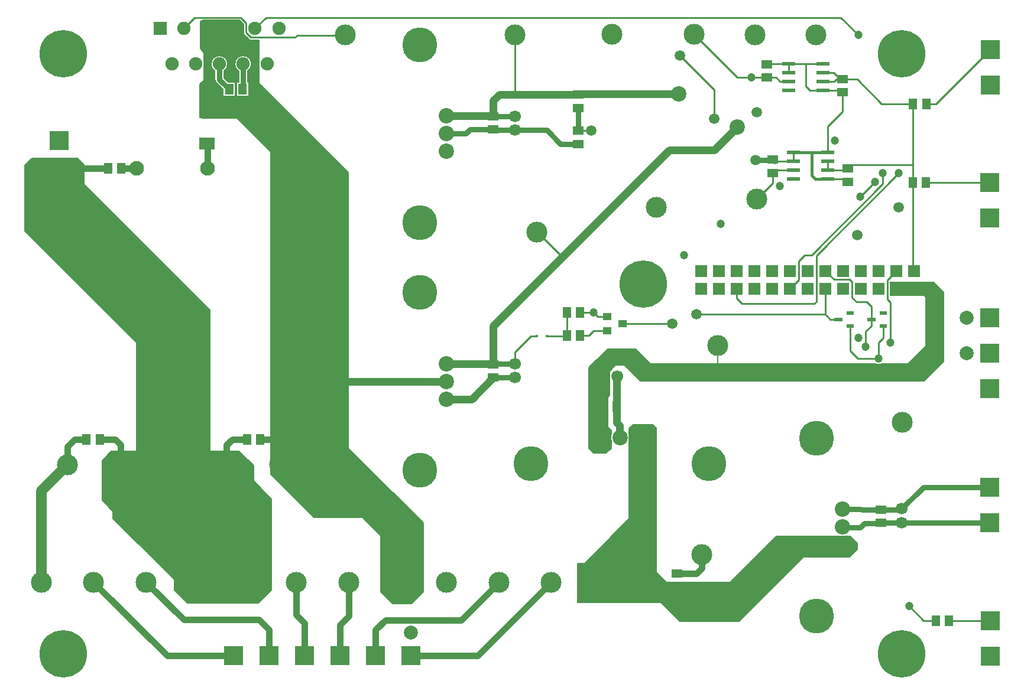
<source format=gbr>
%FSLAX23Y23*%
%MOIN*%
G04 EasyPC Gerber Version 17.0 Build 3379 *
%ADD83R,0.05100X0.06000*%
%ADD78R,0.07087X0.07087*%
%ADD79R,0.07480X0.07480*%
%ADD73R,0.11024X0.11024*%
%ADD26C,0.00500*%
%ADD95C,0.00800*%
%ADD94C,0.01000*%
%ADD96C,0.01575*%
%ADD91C,0.03150*%
%ADD92C,0.03543*%
%ADD93C,0.04331*%
%ADD27C,0.04724*%
%ADD82C,0.05906*%
%ADD77C,0.06693*%
%ADD80C,0.07480*%
%ADD74C,0.07874*%
%ADD81C,0.08268*%
%ADD29C,0.08661*%
%ADD75C,0.08661*%
%ADD72C,0.11811*%
%ADD76C,0.19685*%
%ADD28C,0.26772*%
%ADD89R,0.01800X0.01300*%
%ADD87R,0.04000X0.02000*%
%ADD88R,0.04771X0.02000*%
%ADD85R,0.07800X0.02200*%
%ADD90R,0.04800X0.04000*%
%ADD84R,0.06000X0.05100*%
%ADD86R,0.09055X0.07087*%
X0Y0D02*
D02*
D26*
X60Y3066D02*
Y2696D01*
X690Y2066*
Y1450*
X729Y1412*
X1064*
X1104Y1452*
Y2251*
X393Y2961*
Y3072*
X358Y3108*
X101*
X60Y3066*
G36*
Y2696*
X690Y2066*
Y1450*
X729Y1412*
X1064*
X1104Y1452*
Y2251*
X393Y2961*
Y3072*
X358Y3108*
X101*
X60Y3066*
G37*
X548Y1454D02*
X495Y1401D01*
Y1177*
X557Y1115*
Y1075*
X903Y729*
Y672*
X977Y598*
X1378*
X1450Y671*
Y1185*
X1349Y1286*
Y1373*
X1267Y1454*
X548*
G36*
X495Y1401*
Y1177*
X557Y1115*
Y1075*
X903Y729*
Y672*
X977Y598*
X1378*
X1450Y671*
Y1185*
X1349Y1286*
Y1373*
X1267Y1454*
X548*
G37*
X1069Y3636D02*
Y3547D01*
X1046Y3526*
Y3349*
X1061Y3334*
X1256*
X1445Y3145*
Y1325*
X1690Y1080*
X1962*
X2065Y977*
Y662*
X2132Y595*
X2239*
X2306Y662*
Y1050*
X1883Y1472*
Y3027*
X1379Y3531*
Y3627*
G75*
G02Y3652I45J13*
G01*
Y3774*
X1333*
G75*
G02X1323Y3779J15*
G01*
X1296Y3805*
G75*
G02X1292Y3816I10J10*
G01*
Y3864*
X1270Y3886*
X1070*
X1049Y3880*
Y3728*
X1069Y3699*
Y3643*
G75*
G02Y3636I-47J-4*
G01*
X1131Y3600D02*
G75*
G02X1110Y3639I25J40D01*
G01*
G75*
G02X1204I47*
G01*
G75*
G02X1182Y3600I-47*
G01*
Y3562*
X1208Y3536*
X1247*
Y3457*
X1177*
Y3496*
X1139Y3534*
G75*
G02X1131Y3552I18J18*
G01*
Y3600*
X1265Y3536D02*
Y3600D01*
G75*
G02X1244Y3639I25J40*
G01*
G75*
G02X1338I47*
G01*
G75*
G02X1316Y3600I-47*
G01*
Y3536*
X1322*
Y3457*
X1252*
Y3536*
X1265*
X1069Y3572D02*
G36*
Y3547D01*
X1046Y3526*
Y3349*
X1061Y3334*
X1256*
X1445Y3145*
Y1325*
X1690Y1080*
X1962*
X2065Y977*
Y662*
X2132Y595*
X2239*
X2306Y662*
Y1050*
X1883Y1472*
Y3027*
X1379Y3531*
Y3572*
X1316*
Y3536*
X1322*
Y3457*
X1252*
Y3536*
X1265*
Y3572*
X1182*
Y3562*
X1208Y3536*
X1247*
Y3457*
X1177*
Y3496*
X1139Y3534*
G75*
G02X1131Y3552I18J18*
G01*
Y3572*
X1069*
G37*
X1131D02*
G36*
Y3600D01*
G75*
G02X1110Y3639I25J40*
G01*
G75*
G02X1204I47*
G01*
G75*
G02X1182Y3600I-47*
G01*
Y3572*
X1265*
Y3600*
G75*
G02X1244Y3639I25J40*
G01*
G75*
G02X1338I47*
G01*
G75*
G02X1316Y3600I-47*
G01*
Y3572*
X1379*
Y3627*
G75*
G02Y3652I45J13*
G01*
Y3774*
X1333*
G75*
G02X1323Y3779J15*
G01*
X1296Y3805*
G75*
G02X1292Y3816I10J10*
G01*
Y3864*
X1270Y3886*
X1070*
X1049Y3880*
Y3728*
X1069Y3699*
Y3643*
G75*
G02Y3636I-47J-4*
G01*
Y3572*
X1131*
G37*
X3176Y600D02*
X3647D01*
X3754Y493*
X4085*
X4449Y857*
X4710*
X4753Y899*
Y934*
X4713Y973*
X4295*
X4035Y713*
X3678*
X3619Y772*
Y1584*
X3599Y1604*
X3489*
X3468Y1583*
Y1073*
X3217Y822*
X3175*
X3176Y600*
G36*
X3647*
X3754Y493*
X4085*
X4449Y857*
X4710*
X4753Y899*
Y934*
X4713Y973*
X4295*
X4035Y713*
X3678*
X3619Y772*
Y1584*
X3599Y1604*
X3489*
X3468Y1583*
Y1073*
X3217Y822*
X3175*
X3176Y600*
G37*
X3357Y1870D02*
G75*
G02Y1885I42J7D01*
G01*
Y1905*
X3390Y1939*
X3440*
X3529Y1850*
X5129*
X5240Y1960*
Y2349*
X5183Y2406*
X4938*
X4939Y2405*
Y2337*
X4940Y2335*
X5130*
X5140Y2325*
Y2048*
X5039Y1946*
X4889*
G75*
G02X4859I-15J30*
G01*
X3586*
X3502Y2031*
X3345*
X3241Y1927*
Y1471*
X3268Y1443*
X3338*
X3366Y1471*
Y1513*
G75*
G02Y1551I49J19*
G01*
Y1571*
X3345Y1592*
Y1758*
X3357Y1770*
Y1870*
G36*
G75*
G02Y1885I42J7*
G01*
Y1905*
X3390Y1939*
X3440*
X3529Y1850*
X5129*
X5240Y1960*
Y2349*
X5183Y2406*
X4938*
X4939Y2405*
Y2337*
X4940Y2335*
X5130*
X5140Y2325*
Y2048*
X5039Y1946*
X4889*
G75*
G02X4859I-15J30*
G01*
X3586*
X3502Y2031*
X3345*
X3241Y1927*
Y1471*
X3268Y1443*
X3338*
X3366Y1471*
Y1513*
G75*
G02Y1551I49J19*
G01*
Y1571*
X3345Y1592*
Y1758*
X3357Y1770*
Y1870*
G37*
D02*
D27*
X3267Y2237D03*
X3776Y2561D03*
X3982Y2737D03*
X4155Y3563D03*
X4318Y2950D03*
X4628Y3208D03*
X4759Y2095D03*
Y3803D03*
X4769Y2892D03*
X4801Y2043D03*
X4852Y2975D03*
X4874Y1976D03*
X4897Y3025D03*
X4939Y2067D03*
X4988Y3023D03*
X5045Y579D03*
D02*
D28*
X278Y311D03*
Y3696D03*
X3546Y2397D03*
X5003Y311D03*
Y3696D03*
D02*
D29*
X3748Y3469D03*
X4076Y3283D03*
D02*
D72*
X153Y714D03*
X300Y1378D03*
X448Y714D03*
X600Y1378D03*
X744Y714D03*
X1039D03*
X1197Y1381D03*
X1295Y714D03*
X1497Y1381D03*
X1590Y714D03*
X1868Y3803D03*
X1885Y714D03*
X2181D03*
X2437D03*
X2732D03*
X2824Y3803D03*
X2946Y2691D03*
X3027Y714D03*
X3322D03*
X3371Y3807D03*
X3620Y2830D03*
X3834Y3806D03*
X3876Y570D03*
Y870D03*
X3968Y2052D03*
X4177Y3804D03*
X4187Y2878D03*
X4519Y3804D03*
X5005Y1617D03*
D02*
D73*
X252Y3007D03*
Y3207D03*
X1237Y300D03*
X1437D03*
X1637D03*
X1837D03*
X2037D03*
X2237D03*
X5500Y1052D03*
Y1252D03*
Y1808D03*
Y2008D03*
Y2208D03*
Y2772D03*
Y2972D03*
X5502Y296D03*
Y496D03*
Y3520D03*
Y3720D03*
D02*
D74*
X2237Y431D03*
X5369Y2008D03*
X5369Y2208D03*
D02*
D75*
X2435Y1748D03*
Y1848D03*
Y1948D03*
X2436Y3146D03*
Y3246D03*
Y3346D03*
X3315Y1532D03*
X3415D03*
X3515D03*
X4671Y926D03*
Y1026D03*
Y1126D03*
D02*
D76*
X2285Y1346D03*
Y2350D03*
X2286Y2744D03*
Y3748D03*
X2913Y1383D03*
X3917D03*
X4522Y524D03*
Y1528D03*
D02*
D77*
X2822Y1870D03*
Y1948D03*
X2824Y3266D03*
Y3345D03*
X3320Y1878D03*
X3399D03*
X5004Y1051D03*
Y1129D03*
D02*
D78*
X3872Y2372D03*
Y2472D03*
X3972Y2372D03*
Y2472D03*
X4072Y2372D03*
Y2472D03*
X4172Y2372D03*
Y2472D03*
X4272Y2372D03*
Y2472D03*
X4372Y2372D03*
Y2472D03*
X4472Y2372D03*
Y2472D03*
X4572Y2372D03*
Y2472D03*
X4672Y2372D03*
Y2472D03*
X4772Y2372D03*
Y2472D03*
X4872Y2372D03*
Y2472D03*
X4972Y2372D03*
Y2472D03*
X5072Y2372D03*
Y2472D03*
D02*
D79*
X822Y3839D03*
D02*
D80*
X889Y3639D03*
X956Y3839D03*
X1023Y3639D03*
X1090Y3839D03*
X1157Y3639D03*
X1224Y3839D03*
X1291Y3639D03*
X1358Y3839D03*
X1425Y3639D03*
X1492Y3839D03*
D02*
D81*
X689Y3050D03*
X1089D03*
D02*
D82*
X153Y714D02*
Y1231D01*
X300Y1378*
X600D02*
Y1154D01*
X1039Y714*
X1197Y1381D02*
X1295Y1284D01*
Y714*
X1039*
X1497Y1381D02*
Y1840D01*
Y3138*
X1356Y3279*
X1268Y3367*
X1088*
X2181Y714D02*
Y833D01*
X2139Y875*
Y1052*
X1810Y1381*
X1497*
X3252Y3263D03*
X3711Y2173D03*
X3753Y3686D03*
X3846Y2227D03*
X3945Y3329D03*
X4179Y3098D03*
X4187Y3366D03*
X4753Y2673D03*
X4985Y2829D03*
D02*
D83*
X408Y1519D03*
X483D03*
X529Y3050D03*
X604D03*
X1212Y3497D03*
X1287D03*
X1313Y1520D03*
X1388D03*
X3115Y2106D03*
Y2237D03*
X3190Y2106D03*
Y2237D03*
X3322Y1708D03*
X3397D03*
X5065Y2972D03*
X5067Y3415D03*
X5140Y2972D03*
X5142Y3415D03*
X5196Y496D03*
X5271D03*
D02*
D84*
X2699Y3269D03*
Y3344D03*
X2700Y1869D03*
Y1944D03*
X3181Y3188D03*
Y3263D03*
Y3392D03*
Y3467D03*
X3738Y690D03*
Y765D03*
X4242Y3563D03*
Y3638D03*
X4276Y3025D03*
Y3100D03*
X4671Y3480D03*
Y3555D03*
X4699Y2975D03*
Y3050D03*
X4886Y1049D03*
Y1124D03*
D02*
D85*
X4365Y3491D03*
Y3541D03*
Y3591D03*
Y3641D03*
X4393Y2991D03*
Y3041D03*
Y3091D03*
Y3141D03*
X4559Y3491D03*
Y3541D03*
Y3591D03*
Y3641D03*
X4587Y2991D03*
Y3041D03*
Y3091D03*
Y3141D03*
D02*
D86*
X1088Y3190D03*
Y3367D03*
D02*
D87*
X4713Y2159D03*
Y2234D03*
X4899Y2159D03*
Y2234D03*
D02*
D88*
X4646Y2196D03*
X4832D03*
D02*
D89*
X2947Y2105D03*
X3002D03*
D02*
D90*
X3344Y2133D03*
Y2213D03*
X3431Y2173D03*
D02*
D91*
X1088Y3367D02*
Y3838D01*
X1090Y3839*
X1224*
X1212Y3497D02*
X1157Y3552D01*
Y3639*
X1291D02*
Y3500D01*
X1287Y3497*
X2436Y3246D02*
X2546D01*
X2569Y3269*
X2699*
Y3344D02*
X2823D01*
X2824Y3345*
X2822Y1870D02*
X2701D01*
X2700Y1869*
X2822Y1948D02*
X2705D01*
X2700Y1944*
X2824Y3266D02*
X3002D01*
X3080Y3188*
X3180*
X3181Y3188*
X2824Y3266D02*
X2702D01*
X2699Y3269*
X3181Y3392D02*
Y3263D01*
X3320Y1878D02*
Y1927D01*
X3387Y1994*
X3458*
X3536Y1916*
X3989*
X3320Y1878D02*
Y1849D01*
X3319Y1848*
X3322Y1845*
X3399Y1878D02*
Y1856D01*
X3397Y1854*
X3964Y1916D02*
X3968Y1920D01*
X4179Y3098D02*
X4274D01*
X4276Y3100*
X4245Y3641D02*
X4242Y3638D01*
X4285Y3091D02*
X4276Y3100D01*
X4671Y1026D02*
X4672Y1025D01*
X4771*
X4793Y1047*
X4884*
X4886Y1049*
X4671Y1126D02*
X4884Y1125D01*
X4886Y1124*
Y1049D02*
X5002D01*
X5004Y1051*
X4886Y1124D02*
X4998D01*
X5004Y1129*
X4972Y2372D02*
X5072D01*
X5004Y1051D02*
X5500D01*
X5500Y1052*
X5072Y2372D02*
Y2372D01*
X5139*
X5500Y1252D02*
X5126D01*
X5004Y1129*
D02*
D92*
X300Y1378D02*
Y1480D01*
X339Y1519*
X408*
X529Y3050D02*
Y3049D01*
X379*
X334Y3004*
X255*
X252Y3007*
X600Y1378D02*
Y1490D01*
X570Y1519*
X483*
X689Y3050D02*
X604D01*
X1089D02*
Y3189D01*
X1088Y3190*
X1197Y1381D02*
Y1489D01*
X1229Y1520*
X1313*
X1237Y300D02*
X863D01*
X448Y714*
X1437Y300D02*
Y447D01*
X1381Y503*
X956*
X744Y714*
X1497Y1381D02*
Y1477D01*
X1454Y1520*
X1388*
X1505Y1848D02*
X1497Y1840D01*
X1637Y300D02*
Y483D01*
X1590Y530*
Y714*
X1837Y300D02*
Y475D01*
X1887Y525*
Y712*
X1885Y714*
X2037Y300D02*
Y446D01*
X2092Y502*
X2519*
X2732Y714*
X2237Y300D02*
X2612D01*
X3027Y714*
X3738Y765D02*
X3846D01*
X3876Y795*
Y870*
D02*
D93*
X2435Y1748D02*
X2580D01*
X2700Y1869*
X2435Y1848D02*
X1505D01*
X2435Y1948D02*
X2696D01*
X2700Y1944*
X2436Y3346D02*
X2701D01*
X2699Y3344*
Y3433*
X2735Y3468*
X2823*
X2700Y1944D02*
Y2162D01*
X3089Y2551*
X2823Y3468D02*
X3180D01*
X3181Y3467*
X3089Y2551D02*
X3693Y3155D01*
X3948*
X4076Y3283*
X3315Y1532D02*
X3313Y1616D01*
X3322Y1625*
Y1708*
Y1845D02*
Y1708D01*
X3397Y1854D02*
Y1708D01*
X3415Y1532D02*
X3413Y1599D01*
X3397Y1615*
Y1708*
X3504Y714D02*
X3322D01*
X3515Y1532D02*
X3513Y723D01*
X3504Y714*
X3738Y690D02*
X3571D01*
X3547Y714*
X3504*
X3748Y3469D02*
X3183D01*
X3181Y3467*
X3876Y570D02*
Y661D01*
X3848Y689*
X3740*
X3738Y690*
X3989Y1916D02*
X3964D01*
X4671Y926D02*
X4435Y925D01*
X4080Y570*
X3876*
X5139Y2372D02*
X5176Y2335D01*
Y2010*
X5081Y1916*
X3989*
D02*
D94*
X956Y3839D02*
Y3839D01*
X956*
X1018Y3901*
X1275*
X1307Y3870*
Y3816*
X1333Y3789*
X1584*
X1596Y3801*
X1868*
Y3803*
X2822Y1948D02*
Y2014D01*
X2913Y2105*
X2947*
X2824Y3803D02*
Y3469D01*
X2823Y3468*
X2946Y2691D02*
X2949D01*
X3089Y2551*
X3002Y2105D02*
X3114D01*
X3115Y2106*
Y2237D02*
Y2106D01*
X3190D02*
X3240D01*
X3267Y2133*
X3344*
X3190Y2237D02*
X3264D01*
X3265Y2238*
X3290Y2213*
X3344*
X3252Y3263D02*
X3181D01*
X3711Y2173D02*
X3431D01*
X3945Y3329D02*
Y3493D01*
X3753Y3686*
X4155Y3563D02*
X4077D01*
X3834Y3806*
X4242Y3563D02*
X4155D01*
X4155Y3563*
X4276Y3025D02*
Y2967D01*
X4187Y2878*
X4365Y3541D02*
X4318D01*
X4297Y3563*
X4242*
X4242Y3563*
X4365Y3641D02*
X4465D01*
X4365D02*
Y3591D01*
Y3641D02*
X4245D01*
X4372Y2372D02*
X4423Y2422D01*
Y2528*
X4455Y2561*
X4495*
X4897Y2963*
Y3025*
X4393Y3041D02*
X4293D01*
X4276Y3025*
X4393Y3091D02*
X4285D01*
X4393Y3141D02*
Y3091D01*
X4465Y3641D02*
X4559D01*
Y3491D02*
X4487D01*
X4464Y3514*
Y3641*
X4465Y3641*
X4559Y3491D02*
X4660D01*
X4671Y3480*
X4559Y3541D02*
X4623D01*
X4635Y3554*
X4669*
X4671Y3555*
X4559Y3591D02*
X4619D01*
X4635Y3575*
X4661*
X4671Y3565*
Y3555*
X4572Y2472D02*
X4574D01*
X4624Y2423*
X4710*
X4723Y2410*
Y2321*
X4749Y2296*
X4807*
X4832Y2270*
Y2196*
X4582Y2216D02*
X4570Y2227D01*
X3846*
X4582Y2216D02*
X4572Y2225D01*
Y2372*
X4587Y2991D02*
X4683D01*
X4699Y2975*
X4587Y3041D02*
X4691D01*
X4699Y3050*
X4587Y3091D02*
Y3041D01*
Y3141D02*
Y3288D01*
X4671Y3372*
Y3480*
X4646Y2196D02*
X4601D01*
X4582Y2216*
X4699Y3050D02*
Y3070D01*
X5064*
X5065Y3070*
Y3051*
X4759Y3803D02*
X4660Y3902D01*
X1420*
X1358Y3839*
X4769Y2892D02*
X4852Y2975D01*
X4801Y2043D02*
Y2130D01*
X4832Y2162*
Y2196*
X4874Y1976D02*
X4756D01*
X4713Y2019*
Y2159*
X4874Y1976D02*
Y2067D01*
X4899Y2093*
Y2159*
X4939Y2067D02*
Y2293D01*
X4922Y2310*
Y2421*
X4972Y2472*
X4988Y3023D02*
X4522Y2558D01*
Y2298*
X4510Y2286*
X4103*
X4072Y2316*
Y2372*
X5065Y2972D02*
Y3018D01*
X5065Y3019*
X5065Y2479*
X5072Y2472*
X5065Y2972D02*
Y3051D01*
X5067Y3415D02*
X4890D01*
X4753Y3553*
X4673*
X4671Y3555*
X5067Y3415D02*
X5065Y3417D01*
Y3051*
X5140Y2972D02*
X5500D01*
X5196Y496D02*
X5128D01*
X5045Y579*
X5502Y496D02*
X5271D01*
X5502Y3720D02*
X5196Y3415D01*
X5142*
D02*
D95*
X3968Y1920D02*
Y2052D01*
D02*
D96*
X4498Y3141D02*
X4393D01*
X4587Y2991D02*
X4518D01*
X4498Y3012*
Y3141*
X4587D02*
X4498D01*
X0Y0D02*
M02*

</source>
